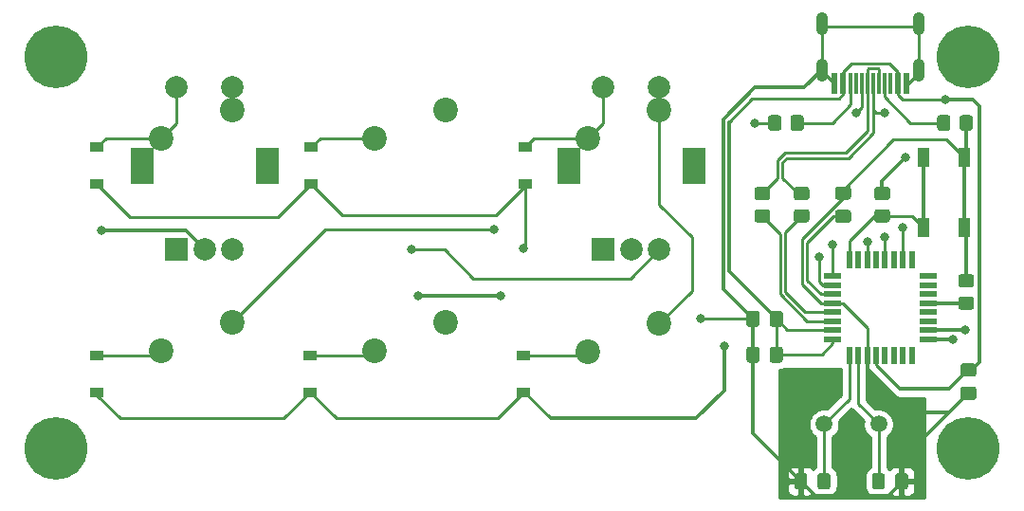
<source format=gbr>
G04 #@! TF.GenerationSoftware,KiCad,Pcbnew,(5.1.9)-1*
G04 #@! TF.CreationDate,2021-03-12T14:24:20+01:00*
G04 #@! TF.ProjectId,case_keypad,63617365-5f6b-4657-9970-61642e6b6963,rev?*
G04 #@! TF.SameCoordinates,Original*
G04 #@! TF.FileFunction,Copper,L1,Top*
G04 #@! TF.FilePolarity,Positive*
%FSLAX46Y46*%
G04 Gerber Fmt 4.6, Leading zero omitted, Abs format (unit mm)*
G04 Created by KiCad (PCBNEW (5.1.9)-1) date 2021-03-12 14:24:20*
%MOMM*%
%LPD*%
G01*
G04 APERTURE LIST*
G04 #@! TA.AperFunction,ComponentPad*
%ADD10C,5.600000*%
G04 #@! TD*
G04 #@! TA.AperFunction,ComponentPad*
%ADD11O,1.050000X2.100000*%
G04 #@! TD*
G04 #@! TA.AperFunction,SMDPad,CuDef*
%ADD12R,0.600000X1.950000*%
G04 #@! TD*
G04 #@! TA.AperFunction,SMDPad,CuDef*
%ADD13R,0.300000X1.950000*%
G04 #@! TD*
G04 #@! TA.AperFunction,ComponentPad*
%ADD14C,1.500000*%
G04 #@! TD*
G04 #@! TA.AperFunction,ComponentPad*
%ADD15C,2.200000*%
G04 #@! TD*
G04 #@! TA.AperFunction,SMDPad,CuDef*
%ADD16R,1.600000X0.550000*%
G04 #@! TD*
G04 #@! TA.AperFunction,SMDPad,CuDef*
%ADD17R,0.550000X1.600000*%
G04 #@! TD*
G04 #@! TA.AperFunction,ComponentPad*
%ADD18R,2.000000X2.000000*%
G04 #@! TD*
G04 #@! TA.AperFunction,ComponentPad*
%ADD19C,2.000000*%
G04 #@! TD*
G04 #@! TA.AperFunction,ComponentPad*
%ADD20R,2.000000X3.200000*%
G04 #@! TD*
G04 #@! TA.AperFunction,SMDPad,CuDef*
%ADD21R,1.100000X1.800000*%
G04 #@! TD*
G04 #@! TA.AperFunction,SMDPad,CuDef*
%ADD22R,1.200000X0.900000*%
G04 #@! TD*
G04 #@! TA.AperFunction,ViaPad*
%ADD23C,0.800000*%
G04 #@! TD*
G04 #@! TA.AperFunction,Conductor*
%ADD24C,0.254000*%
G04 #@! TD*
G04 #@! TA.AperFunction,Conductor*
%ADD25C,0.304800*%
G04 #@! TD*
G04 #@! TA.AperFunction,Conductor*
%ADD26C,0.250000*%
G04 #@! TD*
G04 #@! TA.AperFunction,Conductor*
%ADD27C,0.100000*%
G04 #@! TD*
G04 APERTURE END LIST*
D10*
G04 #@! TO.P,REF\u002A\u002A,1*
G04 #@! TO.N,N/C*
X77500000Y-102000000D03*
G04 #@! TD*
G04 #@! TO.P,REF\u002A\u002A,1*
G04 #@! TO.N,N/C*
X77500000Y-67000000D03*
G04 #@! TD*
G04 #@! TO.P,REF\u002A\u002A,1*
G04 #@! TO.N,N/C*
X159000000Y-102000000D03*
G04 #@! TD*
G04 #@! TO.P,REF\u002A\u002A,1*
G04 #@! TO.N,N/C*
X159000000Y-67000000D03*
G04 #@! TD*
D11*
G04 #@! TO.P,J1,S4*
G04 #@! TO.N,GND*
X145930000Y-64000000D03*
G04 #@! TO.P,J1,S3*
X154570000Y-64000000D03*
G04 #@! TO.P,J1,S2*
X145930000Y-68180000D03*
G04 #@! TO.P,J1,S1*
X154570000Y-68180000D03*
D12*
G04 #@! TO.P,J1,B1A12*
X147000000Y-69350000D03*
G04 #@! TO.P,J1,B4A9*
G04 #@! TO.N,+5V*
X147800000Y-69350000D03*
D13*
G04 #@! TO.P,J1,B5*
G04 #@! TO.N,Net-(J1-PadB5)*
X148500000Y-69350000D03*
G04 #@! TO.P,J1,A8*
G04 #@! TO.N,Net-(J1-PadA8)*
X149000000Y-69350000D03*
G04 #@! TO.P,J1,B6*
G04 #@! TO.N,D+*
X149500000Y-69350000D03*
G04 #@! TO.P,J1,A7*
G04 #@! TO.N,D-*
X150000000Y-69350000D03*
G04 #@! TO.P,J1,B8*
G04 #@! TO.N,Net-(J1-PadB8)*
X152000000Y-69350000D03*
G04 #@! TO.P,J1,A5*
G04 #@! TO.N,Net-(J1-PadA5)*
X151500000Y-69350000D03*
G04 #@! TO.P,J1,B7*
G04 #@! TO.N,D-*
X151000000Y-69350000D03*
G04 #@! TO.P,J1,A6*
G04 #@! TO.N,D+*
X150500000Y-69350000D03*
D12*
G04 #@! TO.P,J1,A4B9*
G04 #@! TO.N,+5V*
X152700000Y-69350000D03*
G04 #@! TO.P,J1,A1B12*
G04 #@! TO.N,GND*
X153500000Y-69350000D03*
G04 #@! TD*
D14*
G04 #@! TO.P,16 MHz,2*
G04 #@! TO.N,Net-(C5-Pad1)*
X150980000Y-99800000D03*
G04 #@! TO.P,16 MHz,1*
G04 #@! TO.N,Net-(C4-Pad1)*
X146100000Y-99800000D03*
G04 #@! TD*
D15*
G04 #@! TO.P,SW9,2*
G04 #@! TO.N,Net-(D7-Pad2)*
X125050000Y-93340000D03*
G04 #@! TO.P,SW9,1*
G04 #@! TO.N,col2*
X131400000Y-90800000D03*
G04 #@! TD*
G04 #@! TO.P,SW8,2*
G04 #@! TO.N,Net-(D6-Pad2)*
X125050000Y-74240000D03*
G04 #@! TO.P,SW8,1*
G04 #@! TO.N,col2*
X131400000Y-71700000D03*
G04 #@! TD*
G04 #@! TO.P,SW6,2*
G04 #@! TO.N,Net-(D5-Pad2)*
X105950000Y-93240000D03*
G04 #@! TO.P,SW6,1*
G04 #@! TO.N,col1*
X112300000Y-90700000D03*
G04 #@! TD*
G04 #@! TO.P,SW5,2*
G04 #@! TO.N,Net-(D4-Pad2)*
X105950000Y-74240000D03*
G04 #@! TO.P,SW5,1*
G04 #@! TO.N,col1*
X112300000Y-71700000D03*
G04 #@! TD*
G04 #@! TO.P,SW4,2*
G04 #@! TO.N,Net-(D3-Pad2)*
X86890000Y-93260000D03*
G04 #@! TO.P,SW4,1*
G04 #@! TO.N,col0*
X93240000Y-90720000D03*
G04 #@! TD*
G04 #@! TO.P,SW3,2*
G04 #@! TO.N,Net-(D2-Pad2)*
X86950000Y-74240000D03*
G04 #@! TO.P,SW3,1*
G04 #@! TO.N,col0*
X93300000Y-71700000D03*
G04 #@! TD*
D16*
G04 #@! TO.P,U1,32*
G04 #@! TO.N,+5V*
X146900000Y-92200000D03*
G04 #@! TO.P,U1,31*
X146900000Y-91400000D03*
G04 #@! TO.P,U1,30*
G04 #@! TO.N,Net-(R2-Pad1)*
X146900000Y-90600000D03*
G04 #@! TO.P,U1,29*
G04 #@! TO.N,Net-(R1-Pad1)*
X146900000Y-89800000D03*
G04 #@! TO.P,U1,28*
G04 #@! TO.N,GND*
X146900000Y-89000000D03*
G04 #@! TO.P,U1,27*
G04 #@! TO.N,Net-(C6-Pad1)*
X146900000Y-88200000D03*
G04 #@! TO.P,U1,26*
G04 #@! TO.N,row1*
X146900000Y-87400000D03*
G04 #@! TO.P,U1,25*
G04 #@! TO.N,row0*
X146900000Y-86600000D03*
D17*
G04 #@! TO.P,U1,24*
G04 #@! TO.N,Net-(R4-Pad1)*
X148350000Y-85150000D03*
G04 #@! TO.P,U1,23*
G04 #@! TO.N,Net-(U1-Pad23)*
X149150000Y-85150000D03*
G04 #@! TO.P,U1,22*
G04 #@! TO.N,col0*
X149950000Y-85150000D03*
G04 #@! TO.P,U1,21*
G04 #@! TO.N,Net-(U1-Pad21)*
X150750000Y-85150000D03*
G04 #@! TO.P,U1,20*
G04 #@! TO.N,col1*
X151550000Y-85150000D03*
G04 #@! TO.P,U1,19*
G04 #@! TO.N,Net-(U1-Pad19)*
X152350000Y-85150000D03*
G04 #@! TO.P,U1,18*
G04 #@! TO.N,col2*
X153150000Y-85150000D03*
G04 #@! TO.P,U1,17*
G04 #@! TO.N,Net-(U1-Pad17)*
X153950000Y-85150000D03*
D16*
G04 #@! TO.P,U1,16*
G04 #@! TO.N,Net-(U1-Pad16)*
X155400000Y-86600000D03*
G04 #@! TO.P,U1,15*
G04 #@! TO.N,Net-(U1-Pad15)*
X155400000Y-87400000D03*
G04 #@! TO.P,U1,14*
G04 #@! TO.N,Net-(U1-Pad14)*
X155400000Y-88200000D03*
G04 #@! TO.P,U1,13*
G04 #@! TO.N,Net-(R7-Pad2)*
X155400000Y-89000000D03*
G04 #@! TO.P,U1,12*
G04 #@! TO.N,Net-(U1-Pad12)*
X155400000Y-89800000D03*
G04 #@! TO.P,U1,11*
G04 #@! TO.N,Net-(U1-Pad11)*
X155400000Y-90600000D03*
G04 #@! TO.P,U1,10*
G04 #@! TO.N,B1*
X155400000Y-91400000D03*
G04 #@! TO.P,U1,9*
G04 #@! TO.N,A1*
X155400000Y-92200000D03*
D17*
G04 #@! TO.P,U1,8*
G04 #@! TO.N,Net-(U1-Pad8)*
X153950000Y-93650000D03*
G04 #@! TO.P,U1,7*
G04 #@! TO.N,Net-(U1-Pad7)*
X153150000Y-93650000D03*
G04 #@! TO.P,U1,6*
G04 #@! TO.N,Net-(U1-Pad6)*
X152350000Y-93650000D03*
G04 #@! TO.P,U1,5*
G04 #@! TO.N,Net-(U1-Pad5)*
X151550000Y-93650000D03*
G04 #@! TO.P,U1,4*
G04 #@! TO.N,+5V*
X150750000Y-93650000D03*
G04 #@! TO.P,U1,3*
G04 #@! TO.N,GND*
X149950000Y-93650000D03*
G04 #@! TO.P,U1,2*
G04 #@! TO.N,Net-(C5-Pad1)*
X149150000Y-93650000D03*
G04 #@! TO.P,U1,1*
G04 #@! TO.N,Net-(C4-Pad1)*
X148350000Y-93650000D03*
G04 #@! TD*
D18*
G04 #@! TO.P,SW7,A*
G04 #@! TO.N,A1*
X126400000Y-84200000D03*
D19*
G04 #@! TO.P,SW7,C*
G04 #@! TO.N,GND*
X128900000Y-84200000D03*
G04 #@! TO.P,SW7,B*
G04 #@! TO.N,B1*
X131400000Y-84200000D03*
D20*
G04 #@! TO.P,SW7,MP*
G04 #@! TO.N,N/C*
X123300000Y-76700000D03*
X134500000Y-76700000D03*
D19*
G04 #@! TO.P,SW7,S2*
G04 #@! TO.N,Net-(D6-Pad2)*
X126400000Y-69700000D03*
G04 #@! TO.P,SW7,S1*
G04 #@! TO.N,col2*
X131400000Y-69700000D03*
G04 #@! TD*
D18*
G04 #@! TO.P,SW2,A*
G04 #@! TO.N,A1*
X88300000Y-84200000D03*
D19*
G04 #@! TO.P,SW2,C*
G04 #@! TO.N,GND*
X90800000Y-84200000D03*
G04 #@! TO.P,SW2,B*
G04 #@! TO.N,B1*
X93300000Y-84200000D03*
D20*
G04 #@! TO.P,SW2,MP*
G04 #@! TO.N,N/C*
X85200000Y-76700000D03*
X96400000Y-76700000D03*
D19*
G04 #@! TO.P,SW2,S2*
G04 #@! TO.N,Net-(D2-Pad2)*
X88300000Y-69700000D03*
G04 #@! TO.P,SW2,S1*
G04 #@! TO.N,col0*
X93300000Y-69700000D03*
G04 #@! TD*
D21*
G04 #@! TO.P,RESET,2*
G04 #@! TO.N,Net-(R4-Pad1)*
X154950000Y-82200000D03*
X154950000Y-76000000D03*
G04 #@! TO.P,RESET,1*
G04 #@! TO.N,GND*
X158650000Y-82200000D03*
X158650000Y-76000000D03*
G04 #@! TD*
G04 #@! TO.P,10k,2*
G04 #@! TO.N,Net-(R7-Pad2)*
G04 #@! TA.AperFunction,SMDPad,CuDef*
G36*
G01*
X158349999Y-88400000D02*
X159250001Y-88400000D01*
G75*
G02*
X159500000Y-88649999I0J-249999D01*
G01*
X159500000Y-89350001D01*
G75*
G02*
X159250001Y-89600000I-249999J0D01*
G01*
X158349999Y-89600000D01*
G75*
G02*
X158100000Y-89350001I0J249999D01*
G01*
X158100000Y-88649999D01*
G75*
G02*
X158349999Y-88400000I249999J0D01*
G01*
G37*
G04 #@! TD.AperFunction*
G04 #@! TO.P,10k,1*
G04 #@! TO.N,GND*
G04 #@! TA.AperFunction,SMDPad,CuDef*
G36*
G01*
X158349999Y-86400000D02*
X159250001Y-86400000D01*
G75*
G02*
X159500000Y-86649999I0J-249999D01*
G01*
X159500000Y-87350001D01*
G75*
G02*
X159250001Y-87600000I-249999J0D01*
G01*
X158349999Y-87600000D01*
G75*
G02*
X158100000Y-87350001I0J249999D01*
G01*
X158100000Y-86649999D01*
G75*
G02*
X158349999Y-86400000I249999J0D01*
G01*
G37*
G04 #@! TD.AperFunction*
G04 #@! TD*
G04 #@! TO.P,5.1k,2*
G04 #@! TO.N,GND*
G04 #@! TA.AperFunction,SMDPad,CuDef*
G36*
G01*
X142300000Y-72449999D02*
X142300000Y-73350001D01*
G75*
G02*
X142050001Y-73600000I-249999J0D01*
G01*
X141349999Y-73600000D01*
G75*
G02*
X141100000Y-73350001I0J249999D01*
G01*
X141100000Y-72449999D01*
G75*
G02*
X141349999Y-72200000I249999J0D01*
G01*
X142050001Y-72200000D01*
G75*
G02*
X142300000Y-72449999I0J-249999D01*
G01*
G37*
G04 #@! TD.AperFunction*
G04 #@! TO.P,5.1k,1*
G04 #@! TO.N,Net-(J1-PadB5)*
G04 #@! TA.AperFunction,SMDPad,CuDef*
G36*
G01*
X144300000Y-72449999D02*
X144300000Y-73350001D01*
G75*
G02*
X144050001Y-73600000I-249999J0D01*
G01*
X143349999Y-73600000D01*
G75*
G02*
X143100000Y-73350001I0J249999D01*
G01*
X143100000Y-72449999D01*
G75*
G02*
X143349999Y-72200000I249999J0D01*
G01*
X144050001Y-72200000D01*
G75*
G02*
X144300000Y-72449999I0J-249999D01*
G01*
G37*
G04 #@! TD.AperFunction*
G04 #@! TD*
G04 #@! TO.P,5.1k,2*
G04 #@! TO.N,GND*
G04 #@! TA.AperFunction,SMDPad,CuDef*
G36*
G01*
X158200000Y-73350001D02*
X158200000Y-72449999D01*
G75*
G02*
X158449999Y-72200000I249999J0D01*
G01*
X159150001Y-72200000D01*
G75*
G02*
X159400000Y-72449999I0J-249999D01*
G01*
X159400000Y-73350001D01*
G75*
G02*
X159150001Y-73600000I-249999J0D01*
G01*
X158449999Y-73600000D01*
G75*
G02*
X158200000Y-73350001I0J249999D01*
G01*
G37*
G04 #@! TD.AperFunction*
G04 #@! TO.P,5.1k,1*
G04 #@! TO.N,Net-(J1-PadA5)*
G04 #@! TA.AperFunction,SMDPad,CuDef*
G36*
G01*
X156200000Y-73350001D02*
X156200000Y-72449999D01*
G75*
G02*
X156449999Y-72200000I249999J0D01*
G01*
X157150001Y-72200000D01*
G75*
G02*
X157400000Y-72449999I0J-249999D01*
G01*
X157400000Y-73350001D01*
G75*
G02*
X157150001Y-73600000I-249999J0D01*
G01*
X156449999Y-73600000D01*
G75*
G02*
X156200000Y-73350001I0J249999D01*
G01*
G37*
G04 #@! TD.AperFunction*
G04 #@! TD*
G04 #@! TO.P,10k,2*
G04 #@! TO.N,+5V*
G04 #@! TA.AperFunction,SMDPad,CuDef*
G36*
G01*
X151750001Y-79800000D02*
X150849999Y-79800000D01*
G75*
G02*
X150600000Y-79550001I0J249999D01*
G01*
X150600000Y-78849999D01*
G75*
G02*
X150849999Y-78600000I249999J0D01*
G01*
X151750001Y-78600000D01*
G75*
G02*
X152000000Y-78849999I0J-249999D01*
G01*
X152000000Y-79550001D01*
G75*
G02*
X151750001Y-79800000I-249999J0D01*
G01*
G37*
G04 #@! TD.AperFunction*
G04 #@! TO.P,10k,1*
G04 #@! TO.N,Net-(R4-Pad1)*
G04 #@! TA.AperFunction,SMDPad,CuDef*
G36*
G01*
X151750001Y-81800000D02*
X150849999Y-81800000D01*
G75*
G02*
X150600000Y-81550001I0J249999D01*
G01*
X150600000Y-80849999D01*
G75*
G02*
X150849999Y-80600000I249999J0D01*
G01*
X151750001Y-80600000D01*
G75*
G02*
X152000000Y-80849999I0J-249999D01*
G01*
X152000000Y-81550001D01*
G75*
G02*
X151750001Y-81800000I-249999J0D01*
G01*
G37*
G04 #@! TD.AperFunction*
G04 #@! TD*
G04 #@! TO.P,22R,2*
G04 #@! TO.N,D-*
G04 #@! TA.AperFunction,SMDPad,CuDef*
G36*
G01*
X141050001Y-79800000D02*
X140149999Y-79800000D01*
G75*
G02*
X139900000Y-79550001I0J249999D01*
G01*
X139900000Y-78849999D01*
G75*
G02*
X140149999Y-78600000I249999J0D01*
G01*
X141050001Y-78600000D01*
G75*
G02*
X141300000Y-78849999I0J-249999D01*
G01*
X141300000Y-79550001D01*
G75*
G02*
X141050001Y-79800000I-249999J0D01*
G01*
G37*
G04 #@! TD.AperFunction*
G04 #@! TO.P,22R,1*
G04 #@! TO.N,Net-(R2-Pad1)*
G04 #@! TA.AperFunction,SMDPad,CuDef*
G36*
G01*
X141050001Y-81800000D02*
X140149999Y-81800000D01*
G75*
G02*
X139900000Y-81550001I0J249999D01*
G01*
X139900000Y-80849999D01*
G75*
G02*
X140149999Y-80600000I249999J0D01*
G01*
X141050001Y-80600000D01*
G75*
G02*
X141300000Y-80849999I0J-249999D01*
G01*
X141300000Y-81550001D01*
G75*
G02*
X141050001Y-81800000I-249999J0D01*
G01*
G37*
G04 #@! TD.AperFunction*
G04 #@! TD*
G04 #@! TO.P,22R,2*
G04 #@! TO.N,D+*
G04 #@! TA.AperFunction,SMDPad,CuDef*
G36*
G01*
X144550001Y-79800000D02*
X143649999Y-79800000D01*
G75*
G02*
X143400000Y-79550001I0J249999D01*
G01*
X143400000Y-78849999D01*
G75*
G02*
X143649999Y-78600000I249999J0D01*
G01*
X144550001Y-78600000D01*
G75*
G02*
X144800000Y-78849999I0J-249999D01*
G01*
X144800000Y-79550001D01*
G75*
G02*
X144550001Y-79800000I-249999J0D01*
G01*
G37*
G04 #@! TD.AperFunction*
G04 #@! TO.P,22R,1*
G04 #@! TO.N,Net-(R1-Pad1)*
G04 #@! TA.AperFunction,SMDPad,CuDef*
G36*
G01*
X144550001Y-81800000D02*
X143649999Y-81800000D01*
G75*
G02*
X143400000Y-81550001I0J249999D01*
G01*
X143400000Y-80849999D01*
G75*
G02*
X143649999Y-80600000I249999J0D01*
G01*
X144550001Y-80600000D01*
G75*
G02*
X144800000Y-80849999I0J-249999D01*
G01*
X144800000Y-81550001D01*
G75*
G02*
X144550001Y-81800000I-249999J0D01*
G01*
G37*
G04 #@! TD.AperFunction*
G04 #@! TD*
D22*
G04 #@! TO.P,D7,2*
G04 #@! TO.N,Net-(D7-Pad2)*
X119300000Y-93650000D03*
G04 #@! TO.P,D7,1*
G04 #@! TO.N,row1*
X119300000Y-96950000D03*
G04 #@! TD*
G04 #@! TO.P,D6,2*
G04 #@! TO.N,Net-(D6-Pad2)*
X119400000Y-75050000D03*
G04 #@! TO.P,D6,1*
G04 #@! TO.N,row0*
X119400000Y-78350000D03*
G04 #@! TD*
G04 #@! TO.P,D5,2*
G04 #@! TO.N,Net-(D5-Pad2)*
X100200000Y-93650000D03*
G04 #@! TO.P,D5,1*
G04 #@! TO.N,row1*
X100200000Y-96950000D03*
G04 #@! TD*
G04 #@! TO.P,D4,2*
G04 #@! TO.N,Net-(D4-Pad2)*
X100300000Y-75050000D03*
G04 #@! TO.P,D4,1*
G04 #@! TO.N,row0*
X100300000Y-78350000D03*
G04 #@! TD*
G04 #@! TO.P,D3,2*
G04 #@! TO.N,Net-(D3-Pad2)*
X81200000Y-93650000D03*
G04 #@! TO.P,D3,1*
G04 #@! TO.N,row1*
X81200000Y-96950000D03*
G04 #@! TD*
G04 #@! TO.P,D2,2*
G04 #@! TO.N,Net-(D2-Pad2)*
X81200000Y-75050000D03*
G04 #@! TO.P,D2,1*
G04 #@! TO.N,row0*
X81200000Y-78350000D03*
G04 #@! TD*
G04 #@! TO.P,1uf,2*
G04 #@! TO.N,GND*
G04 #@! TA.AperFunction,SMDPad,CuDef*
G36*
G01*
X148275000Y-79750000D02*
X147325000Y-79750000D01*
G75*
G02*
X147075000Y-79500000I0J250000D01*
G01*
X147075000Y-78825000D01*
G75*
G02*
X147325000Y-78575000I250000J0D01*
G01*
X148275000Y-78575000D01*
G75*
G02*
X148525000Y-78825000I0J-250000D01*
G01*
X148525000Y-79500000D01*
G75*
G02*
X148275000Y-79750000I-250000J0D01*
G01*
G37*
G04 #@! TD.AperFunction*
G04 #@! TO.P,1uf,1*
G04 #@! TO.N,Net-(C6-Pad1)*
G04 #@! TA.AperFunction,SMDPad,CuDef*
G36*
G01*
X148275000Y-81825000D02*
X147325000Y-81825000D01*
G75*
G02*
X147075000Y-81575000I0J250000D01*
G01*
X147075000Y-80900000D01*
G75*
G02*
X147325000Y-80650000I250000J0D01*
G01*
X148275000Y-80650000D01*
G75*
G02*
X148525000Y-80900000I0J-250000D01*
G01*
X148525000Y-81575000D01*
G75*
G02*
X148275000Y-81825000I-250000J0D01*
G01*
G37*
G04 #@! TD.AperFunction*
G04 #@! TD*
G04 #@! TO.P,22pf,2*
G04 #@! TO.N,GND*
G04 #@! TA.AperFunction,SMDPad,CuDef*
G36*
G01*
X152450000Y-105375000D02*
X152450000Y-104425000D01*
G75*
G02*
X152700000Y-104175000I250000J0D01*
G01*
X153375000Y-104175000D01*
G75*
G02*
X153625000Y-104425000I0J-250000D01*
G01*
X153625000Y-105375000D01*
G75*
G02*
X153375000Y-105625000I-250000J0D01*
G01*
X152700000Y-105625000D01*
G75*
G02*
X152450000Y-105375000I0J250000D01*
G01*
G37*
G04 #@! TD.AperFunction*
G04 #@! TO.P,22pf,1*
G04 #@! TO.N,Net-(C5-Pad1)*
G04 #@! TA.AperFunction,SMDPad,CuDef*
G36*
G01*
X150375000Y-105375000D02*
X150375000Y-104425000D01*
G75*
G02*
X150625000Y-104175000I250000J0D01*
G01*
X151300000Y-104175000D01*
G75*
G02*
X151550000Y-104425000I0J-250000D01*
G01*
X151550000Y-105375000D01*
G75*
G02*
X151300000Y-105625000I-250000J0D01*
G01*
X150625000Y-105625000D01*
G75*
G02*
X150375000Y-105375000I0J250000D01*
G01*
G37*
G04 #@! TD.AperFunction*
G04 #@! TD*
G04 #@! TO.P,22pf,2*
G04 #@! TO.N,GND*
G04 #@! TA.AperFunction,SMDPad,CuDef*
G36*
G01*
X144612500Y-104425000D02*
X144612500Y-105375000D01*
G75*
G02*
X144362500Y-105625000I-250000J0D01*
G01*
X143687500Y-105625000D01*
G75*
G02*
X143437500Y-105375000I0J250000D01*
G01*
X143437500Y-104425000D01*
G75*
G02*
X143687500Y-104175000I250000J0D01*
G01*
X144362500Y-104175000D01*
G75*
G02*
X144612500Y-104425000I0J-250000D01*
G01*
G37*
G04 #@! TD.AperFunction*
G04 #@! TO.P,22pf,1*
G04 #@! TO.N,Net-(C4-Pad1)*
G04 #@! TA.AperFunction,SMDPad,CuDef*
G36*
G01*
X146687500Y-104425000D02*
X146687500Y-105375000D01*
G75*
G02*
X146437500Y-105625000I-250000J0D01*
G01*
X145762500Y-105625000D01*
G75*
G02*
X145512500Y-105375000I0J250000D01*
G01*
X145512500Y-104425000D01*
G75*
G02*
X145762500Y-104175000I250000J0D01*
G01*
X146437500Y-104175000D01*
G75*
G02*
X146687500Y-104425000I0J-250000D01*
G01*
G37*
G04 #@! TD.AperFunction*
G04 #@! TD*
G04 #@! TO.P,10uf,2*
G04 #@! TO.N,GND*
G04 #@! TA.AperFunction,SMDPad,CuDef*
G36*
G01*
X140350000Y-89925000D02*
X140350000Y-90875000D01*
G75*
G02*
X140100000Y-91125000I-250000J0D01*
G01*
X139425000Y-91125000D01*
G75*
G02*
X139175000Y-90875000I0J250000D01*
G01*
X139175000Y-89925000D01*
G75*
G02*
X139425000Y-89675000I250000J0D01*
G01*
X140100000Y-89675000D01*
G75*
G02*
X140350000Y-89925000I0J-250000D01*
G01*
G37*
G04 #@! TD.AperFunction*
G04 #@! TO.P,10uf,1*
G04 #@! TO.N,+5V*
G04 #@! TA.AperFunction,SMDPad,CuDef*
G36*
G01*
X142425000Y-89925000D02*
X142425000Y-90875000D01*
G75*
G02*
X142175000Y-91125000I-250000J0D01*
G01*
X141500000Y-91125000D01*
G75*
G02*
X141250000Y-90875000I0J250000D01*
G01*
X141250000Y-89925000D01*
G75*
G02*
X141500000Y-89675000I250000J0D01*
G01*
X142175000Y-89675000D01*
G75*
G02*
X142425000Y-89925000I0J-250000D01*
G01*
G37*
G04 #@! TD.AperFunction*
G04 #@! TD*
G04 #@! TO.P,0.1uf,2*
G04 #@! TO.N,GND*
G04 #@! TA.AperFunction,SMDPad,CuDef*
G36*
G01*
X158525000Y-96450000D02*
X159475000Y-96450000D01*
G75*
G02*
X159725000Y-96700000I0J-250000D01*
G01*
X159725000Y-97375000D01*
G75*
G02*
X159475000Y-97625000I-250000J0D01*
G01*
X158525000Y-97625000D01*
G75*
G02*
X158275000Y-97375000I0J250000D01*
G01*
X158275000Y-96700000D01*
G75*
G02*
X158525000Y-96450000I250000J0D01*
G01*
G37*
G04 #@! TD.AperFunction*
G04 #@! TO.P,0.1uf,1*
G04 #@! TO.N,+5V*
G04 #@! TA.AperFunction,SMDPad,CuDef*
G36*
G01*
X158525000Y-94375000D02*
X159475000Y-94375000D01*
G75*
G02*
X159725000Y-94625000I0J-250000D01*
G01*
X159725000Y-95300000D01*
G75*
G02*
X159475000Y-95550000I-250000J0D01*
G01*
X158525000Y-95550000D01*
G75*
G02*
X158275000Y-95300000I0J250000D01*
G01*
X158275000Y-94625000D01*
G75*
G02*
X158525000Y-94375000I250000J0D01*
G01*
G37*
G04 #@! TD.AperFunction*
G04 #@! TD*
G04 #@! TO.P,0.1uf,2*
G04 #@! TO.N,GND*
G04 #@! TA.AperFunction,SMDPad,CuDef*
G36*
G01*
X140350000Y-93125000D02*
X140350000Y-94075000D01*
G75*
G02*
X140100000Y-94325000I-250000J0D01*
G01*
X139425000Y-94325000D01*
G75*
G02*
X139175000Y-94075000I0J250000D01*
G01*
X139175000Y-93125000D01*
G75*
G02*
X139425000Y-92875000I250000J0D01*
G01*
X140100000Y-92875000D01*
G75*
G02*
X140350000Y-93125000I0J-250000D01*
G01*
G37*
G04 #@! TD.AperFunction*
G04 #@! TO.P,0.1uf,1*
G04 #@! TO.N,+5V*
G04 #@! TA.AperFunction,SMDPad,CuDef*
G36*
G01*
X142425000Y-93125000D02*
X142425000Y-94075000D01*
G75*
G02*
X142175000Y-94325000I-250000J0D01*
G01*
X141500000Y-94325000D01*
G75*
G02*
X141250000Y-94075000I0J250000D01*
G01*
X141250000Y-93125000D01*
G75*
G02*
X141500000Y-92875000I250000J0D01*
G01*
X142175000Y-92875000D01*
G75*
G02*
X142425000Y-93125000I0J-250000D01*
G01*
G37*
G04 #@! TD.AperFunction*
G04 #@! TD*
D23*
G04 #@! TO.N,D+*
X151500000Y-72000000D03*
G04 #@! TO.N,GND*
X109900000Y-88300000D03*
X117200000Y-88300000D03*
X135100000Y-90400000D03*
X139900000Y-72900000D03*
X81600000Y-82500000D03*
G04 #@! TO.N,+5V*
X153400000Y-76000000D03*
X156900000Y-70800000D03*
G04 #@! TO.N,row0*
X146900000Y-83800000D03*
X119300000Y-84100000D03*
G04 #@! TO.N,row1*
X145700000Y-84900000D03*
X137200000Y-92800000D03*
G04 #@! TO.N,D+*
X149000000Y-72000000D03*
G04 #@! TO.N,A1*
X157600000Y-92200000D03*
G04 #@! TO.N,B1*
X109300000Y-84200000D03*
X158700000Y-91400000D03*
G04 #@! TO.N,col0*
X149950000Y-83550000D03*
X116600000Y-82400000D03*
G04 #@! TO.N,col1*
X151550000Y-83050000D03*
G04 #@! TO.N,col2*
X153150000Y-82250000D03*
G04 #@! TD*
D24*
G04 #@! TO.N,GND*
X149950000Y-91186398D02*
X147763602Y-89000000D01*
X147763602Y-89000000D02*
X146900000Y-89000000D01*
X149950000Y-93650000D02*
X149950000Y-91186398D01*
D25*
X158650000Y-76000000D02*
X158650000Y-82200000D01*
X139762500Y-90400000D02*
X139762500Y-93600000D01*
X139762500Y-100637500D02*
X144025000Y-104900000D01*
X139762500Y-93600000D02*
X139762500Y-100637500D01*
X158800000Y-75850000D02*
X158650000Y-76000000D01*
X158800000Y-72900000D02*
X158800000Y-75850000D01*
D24*
X135100000Y-90400000D02*
X139762500Y-90400000D01*
X144145990Y-87299990D02*
X144145990Y-83254010D01*
X145846000Y-89000000D02*
X144145990Y-87299990D01*
X146900000Y-89000000D02*
X145846000Y-89000000D01*
X147800000Y-79600000D02*
X147800000Y-79162500D01*
X144145990Y-83254010D02*
X147800000Y-79600000D01*
X147800000Y-79162500D02*
X147800000Y-78900000D01*
X147800000Y-78900000D02*
X152300000Y-74400000D01*
X157050000Y-74400000D02*
X158650000Y-76000000D01*
X152300000Y-74400000D02*
X157050000Y-74400000D01*
X141700000Y-72900000D02*
X139900000Y-72900000D01*
X139900000Y-72900000D02*
X139900000Y-72900000D01*
X144025000Y-104900000D02*
X145225000Y-106100000D01*
X151837500Y-106100000D02*
X153037500Y-104900000D01*
X145225000Y-106100000D02*
X151837500Y-106100000D01*
D25*
X158800000Y-82350000D02*
X158650000Y-82200000D01*
X158800000Y-87000000D02*
X158800000Y-82350000D01*
X117200000Y-88300000D02*
X109900000Y-88300000D01*
X90800000Y-84200000D02*
X89100000Y-82500000D01*
X89100000Y-82500000D02*
X81600000Y-82500000D01*
X81600000Y-82500000D02*
X81600000Y-82500000D01*
X149950000Y-93650000D02*
X149950000Y-95050000D01*
X149950000Y-95050000D02*
X153637500Y-98737500D01*
D26*
X153655000Y-69345000D02*
X154570000Y-68430000D01*
X153500000Y-69345000D02*
X153655000Y-69345000D01*
X154570000Y-68430000D02*
X154570000Y-64250000D01*
X145930000Y-68430000D02*
X145930000Y-64250000D01*
X146085000Y-68430000D02*
X147000000Y-69345000D01*
X145930000Y-68430000D02*
X146085000Y-68430000D01*
D24*
X145930000Y-64250000D02*
X154570000Y-64250000D01*
D25*
X144360000Y-69750000D02*
X145930000Y-68180000D01*
X139936092Y-69750000D02*
X144360000Y-69750000D01*
X137095191Y-72590901D02*
X139936092Y-69750000D01*
X137095190Y-87732690D02*
X137095191Y-72590901D01*
X139762500Y-90400000D02*
X137095190Y-87732690D01*
X153037500Y-102962500D02*
X153037500Y-104900000D01*
X158962500Y-97037500D02*
X157000000Y-99000000D01*
X157000000Y-99000000D02*
X153037500Y-102962500D01*
X159000000Y-97037500D02*
X158962500Y-97037500D01*
X157262500Y-98737500D02*
X157000000Y-99000000D01*
X153637500Y-98737500D02*
X157262500Y-98737500D01*
D24*
G04 #@! TO.N,+5V*
X142837500Y-91400000D02*
X141837500Y-90400000D01*
X146900000Y-91400000D02*
X142837500Y-91400000D01*
X150750000Y-94513602D02*
X152898898Y-96662500D01*
X150750000Y-93650000D02*
X150750000Y-94513602D01*
X141837500Y-90400000D02*
X141837500Y-93600000D01*
X146900000Y-92200000D02*
X146900000Y-92600000D01*
X145900000Y-93600000D02*
X141837500Y-93600000D01*
X146900000Y-92600000D02*
X145900000Y-93600000D01*
D25*
X156900000Y-70800000D02*
X156900000Y-70800000D01*
X156900000Y-70800000D02*
X159400000Y-70800000D01*
D24*
X151300000Y-79000000D02*
X151300000Y-79200000D01*
D25*
X151300000Y-78100000D02*
X153400000Y-76000000D01*
X151300000Y-79200000D02*
X151300000Y-78100000D01*
X159400000Y-70800000D02*
X160000000Y-71400000D01*
D24*
X147800000Y-68331398D02*
X147800000Y-69095000D01*
X148542409Y-67588989D02*
X147800000Y-68331398D01*
X151957591Y-67588989D02*
X148542409Y-67588989D01*
X152700000Y-68331398D02*
X151957591Y-67588989D01*
X152700000Y-69095000D02*
X152700000Y-68331398D01*
D25*
X137600000Y-72800000D02*
X137600000Y-86162500D01*
X137600000Y-86162500D02*
X141837500Y-90400000D01*
D24*
X147415764Y-70700000D02*
X139700000Y-70700000D01*
X147800000Y-70315764D02*
X147415764Y-70700000D01*
X147800000Y-69350000D02*
X147800000Y-70315764D01*
X139700000Y-70700000D02*
X137600000Y-72800000D01*
X153086398Y-70800000D02*
X156900000Y-70800000D01*
X152700000Y-70413602D02*
X153086398Y-70800000D01*
X152700000Y-69350000D02*
X152700000Y-70413602D01*
D25*
X160000000Y-71400000D02*
X160000000Y-94262500D01*
X157300000Y-96662500D02*
X159000000Y-94962500D01*
X152898898Y-96662500D02*
X157300000Y-96662500D01*
X159300000Y-94962500D02*
X160000000Y-94262500D01*
X159000000Y-94962500D02*
X159300000Y-94962500D01*
D24*
G04 #@! TO.N,Net-(C4-Pad1)*
X146100000Y-99800000D02*
X146100000Y-104900000D01*
X148350000Y-97550000D02*
X146100000Y-99800000D01*
X148350000Y-93650000D02*
X148350000Y-97550000D01*
G04 #@! TO.N,Net-(C5-Pad1)*
X150980000Y-104882500D02*
X150962500Y-104900000D01*
X150980000Y-99800000D02*
X150980000Y-104882500D01*
X149150000Y-97970000D02*
X150980000Y-99800000D01*
X149150000Y-93650000D02*
X149150000Y-97970000D01*
G04 #@! TO.N,Net-(C6-Pad1)*
X147800000Y-81237500D02*
X146962500Y-81237500D01*
X146962500Y-81237500D02*
X144600000Y-83600000D01*
X145846000Y-88200000D02*
X146900000Y-88200000D01*
X144600000Y-86954000D02*
X145846000Y-88200000D01*
X144600000Y-83600000D02*
X144600000Y-86954000D01*
G04 #@! TO.N,Net-(D2-Pad2)*
X88300000Y-72890000D02*
X86950000Y-74240000D01*
X88300000Y-69700000D02*
X88300000Y-72890000D01*
X82010000Y-74240000D02*
X86950000Y-74240000D01*
X81200000Y-75050000D02*
X82010000Y-74240000D01*
G04 #@! TO.N,row0*
X146900000Y-86600000D02*
X146900000Y-83800000D01*
X146900000Y-83800000D02*
X146900000Y-83800000D01*
X81200000Y-78350000D02*
X84150000Y-81300000D01*
X97350000Y-81300000D02*
X100300000Y-78350000D01*
X84150000Y-81300000D02*
X97350000Y-81300000D01*
X119400000Y-78350000D02*
X119400000Y-78500000D01*
X119400000Y-78500000D02*
X116800000Y-81100000D01*
X103050000Y-81100000D02*
X100300000Y-78350000D01*
X116800000Y-81100000D02*
X103050000Y-81100000D01*
X119400000Y-84000000D02*
X119300000Y-84100000D01*
X119400000Y-78350000D02*
X119400000Y-84000000D01*
G04 #@! TO.N,Net-(D3-Pad2)*
X86500000Y-93650000D02*
X86890000Y-93260000D01*
X81200000Y-93650000D02*
X86500000Y-93650000D01*
G04 #@! TO.N,row1*
X146036398Y-87400000D02*
X145700000Y-87063602D01*
X146900000Y-87400000D02*
X146036398Y-87400000D01*
X145700000Y-87063602D02*
X145700000Y-84900000D01*
X145700000Y-84900000D02*
X145700000Y-84900000D01*
X81200000Y-96950000D02*
X81200000Y-97200000D01*
X81200000Y-97200000D02*
X83300000Y-99300000D01*
X97850000Y-99300000D02*
X100200000Y-96950000D01*
X83300000Y-99300000D02*
X97850000Y-99300000D01*
X100200000Y-96950000D02*
X100250000Y-96950000D01*
X100250000Y-96950000D02*
X102600000Y-99300000D01*
X116950000Y-99300000D02*
X119300000Y-96950000D01*
X102600000Y-99300000D02*
X116950000Y-99300000D01*
X119300000Y-96950000D02*
X119300000Y-97200000D01*
X119300000Y-96950000D02*
X119350000Y-96950000D01*
X119350000Y-96950000D02*
X121700000Y-99300000D01*
D25*
X121700000Y-99300000D02*
X134700000Y-99300000D01*
X134700000Y-99300000D02*
X137200000Y-96800000D01*
X137200000Y-96800000D02*
X137200000Y-92800000D01*
X137200000Y-92800000D02*
X137200000Y-92800000D01*
D24*
G04 #@! TO.N,Net-(D4-Pad2)*
X101110000Y-74240000D02*
X100300000Y-75050000D01*
X105950000Y-74240000D02*
X101110000Y-74240000D01*
G04 #@! TO.N,Net-(D5-Pad2)*
X105540000Y-93650000D02*
X105950000Y-93240000D01*
X100200000Y-93650000D02*
X105540000Y-93650000D01*
G04 #@! TO.N,Net-(D6-Pad2)*
X126400000Y-72890000D02*
X125050000Y-74240000D01*
X126400000Y-69700000D02*
X126400000Y-72890000D01*
X120210000Y-74240000D02*
X125050000Y-74240000D01*
X119400000Y-75050000D02*
X120210000Y-74240000D01*
G04 #@! TO.N,Net-(D7-Pad2)*
X124740000Y-93650000D02*
X125050000Y-93340000D01*
X119300000Y-93650000D02*
X124740000Y-93650000D01*
G04 #@! TO.N,D-*
X140600000Y-79200000D02*
X140600000Y-79100000D01*
X141945990Y-77854010D02*
X140600000Y-79200000D01*
X141945990Y-76211943D02*
X141945990Y-77854010D01*
X142586943Y-75570990D02*
X141945990Y-76211943D01*
X148072626Y-75570990D02*
X142586943Y-75570990D01*
D26*
X150000000Y-73643616D02*
X148072626Y-75570990D01*
X150000000Y-69345000D02*
X150000000Y-73643616D01*
D24*
X150000000Y-68116000D02*
X150000000Y-69095000D01*
X150073001Y-68042999D02*
X150000000Y-68116000D01*
X150926999Y-68042999D02*
X150073001Y-68042999D01*
X151000000Y-68116000D02*
X150926999Y-68042999D01*
X151000000Y-69095000D02*
X151000000Y-68116000D01*
G04 #@! TO.N,D+*
X143800000Y-79200000D02*
X144100000Y-79200000D01*
X148260682Y-76025000D02*
X142775000Y-76025000D01*
X142775000Y-76025000D02*
X142400000Y-76400000D01*
X142400000Y-76400000D02*
X142400000Y-77800000D01*
X142400000Y-77800000D02*
X143800000Y-79200000D01*
D26*
X150500000Y-73785682D02*
X148260682Y-76025000D01*
X150500000Y-70250000D02*
X150500000Y-69345000D01*
X150500000Y-69345000D02*
X150500000Y-70500000D01*
D24*
X149500000Y-71500000D02*
X149500000Y-69350000D01*
X149000000Y-72000000D02*
X149500000Y-71500000D01*
X150750000Y-72000000D02*
X150500000Y-71750000D01*
X151500000Y-72000000D02*
X150750000Y-72000000D01*
D26*
X150500000Y-71750000D02*
X150500000Y-73785682D01*
X150500000Y-70500000D02*
X150500000Y-71750000D01*
D24*
G04 #@! TO.N,Net-(R1-Pad1)*
X142654010Y-82645990D02*
X144100000Y-81200000D01*
X146900000Y-89800000D02*
X144442066Y-89800000D01*
X142654010Y-88011944D02*
X142654010Y-86554010D01*
X144442066Y-89800000D02*
X142654010Y-88011944D01*
X142654010Y-86554010D02*
X142654010Y-82645990D01*
X142654010Y-86754010D02*
X142654010Y-86554010D01*
G04 #@! TO.N,Net-(R2-Pad1)*
X144600000Y-90600000D02*
X146900000Y-90600000D01*
X142200000Y-88200000D02*
X144600000Y-90600000D01*
X142200000Y-82800000D02*
X142200000Y-88200000D01*
X140600000Y-81200000D02*
X142200000Y-82800000D01*
G04 #@! TO.N,Net-(R4-Pad1)*
X151350000Y-81150000D02*
X151300000Y-81200000D01*
X148350000Y-83450000D02*
X148350000Y-85150000D01*
X150600000Y-81200000D02*
X148350000Y-83450000D01*
X151300000Y-81200000D02*
X150600000Y-81200000D01*
X153950000Y-81200000D02*
X154950000Y-82200000D01*
X151300000Y-81200000D02*
X153950000Y-81200000D01*
D25*
X154950000Y-76000000D02*
X154950000Y-82200000D01*
G04 #@! TO.N,Net-(R7-Pad2)*
X158800000Y-89000000D02*
X155400000Y-89000000D01*
G04 #@! TO.N,A1*
X155400000Y-92200000D02*
X157600000Y-92200000D01*
X157600000Y-92200000D02*
X157600000Y-92200000D01*
D24*
G04 #@! TO.N,B1*
X109300000Y-84200000D02*
X112200000Y-84200000D01*
X112200000Y-84200000D02*
X114800000Y-86800000D01*
X128800000Y-86800000D02*
X131400000Y-84200000D01*
X114800000Y-86800000D02*
X128800000Y-86800000D01*
D25*
X155400000Y-91400000D02*
X158700000Y-91400000D01*
X158700000Y-91400000D02*
X158700000Y-91400000D01*
D24*
G04 #@! TO.N,col0*
X149950000Y-85150000D02*
X149950000Y-83550000D01*
X149950000Y-83550000D02*
X149950000Y-83550000D01*
X93300000Y-69700000D02*
X93300000Y-71700000D01*
X93300000Y-71700000D02*
X93300000Y-72100000D01*
X101560000Y-82400000D02*
X93240000Y-90720000D01*
X116600000Y-82400000D02*
X101560000Y-82400000D01*
G04 #@! TO.N,col1*
X151550000Y-85150000D02*
X151550000Y-83050000D01*
X151550000Y-83050000D02*
X151550000Y-83050000D01*
G04 #@! TO.N,col2*
X153150000Y-85150000D02*
X153150000Y-82250000D01*
X153150000Y-82250000D02*
X153150000Y-82250000D01*
X131400000Y-69700000D02*
X131400000Y-71700000D01*
X131400000Y-71700000D02*
X131400000Y-80200000D01*
X131400000Y-80200000D02*
X134300000Y-83100000D01*
X134300000Y-87900000D02*
X131400000Y-90800000D01*
X134300000Y-83100000D02*
X134300000Y-87900000D01*
G04 #@! TO.N,Net-(J1-PadB5)*
X148500000Y-69350000D02*
X148500000Y-71250000D01*
X146850000Y-72900000D02*
X145650000Y-72900000D01*
X148500000Y-71250000D02*
X146850000Y-72900000D01*
D26*
X145650000Y-72900000D02*
X145855002Y-72900000D01*
X143700000Y-72900000D02*
X145650000Y-72900000D01*
D24*
G04 #@! TO.N,Net-(J1-PadA5)*
X155100000Y-72900000D02*
X155350000Y-72900000D01*
X155350000Y-72900000D02*
X156800000Y-72900000D01*
X153821000Y-72900000D02*
X154350000Y-72900000D01*
X151500000Y-70579000D02*
X153821000Y-72900000D01*
X151500000Y-69350000D02*
X151500000Y-70579000D01*
D26*
X154350000Y-72900000D02*
X154223002Y-72900000D01*
X155350000Y-72900000D02*
X154350000Y-72900000D01*
G04 #@! TD*
D24*
G04 #@! TO.N,GND*
X147588000Y-94857545D02*
X147588001Y-97234369D01*
X146379006Y-98443364D01*
X146236411Y-98415000D01*
X145963589Y-98415000D01*
X145696011Y-98468225D01*
X145443957Y-98572629D01*
X145217114Y-98724201D01*
X145024201Y-98917114D01*
X144872629Y-99143957D01*
X144768225Y-99396011D01*
X144715000Y-99663589D01*
X144715000Y-99936411D01*
X144768225Y-100203989D01*
X144872629Y-100456043D01*
X145024201Y-100682886D01*
X145217114Y-100875799D01*
X145338000Y-100956573D01*
X145338001Y-103649774D01*
X145269114Y-103686595D01*
X145134538Y-103797038D01*
X145129158Y-103803594D01*
X145063685Y-103723815D01*
X144966994Y-103644463D01*
X144856680Y-103585498D01*
X144736982Y-103549188D01*
X144612500Y-103536928D01*
X144310750Y-103540000D01*
X144152000Y-103698750D01*
X144152000Y-104773000D01*
X144172000Y-104773000D01*
X144172000Y-105027000D01*
X144152000Y-105027000D01*
X144152000Y-106101250D01*
X144310750Y-106260000D01*
X144612500Y-106263072D01*
X144736982Y-106250812D01*
X144856680Y-106214502D01*
X144966994Y-106155537D01*
X145063685Y-106076185D01*
X145129158Y-105996406D01*
X145134538Y-106002962D01*
X145269114Y-106113405D01*
X145422650Y-106195472D01*
X145589246Y-106246008D01*
X145762500Y-106263072D01*
X146437500Y-106263072D01*
X146610754Y-106246008D01*
X146777350Y-106195472D01*
X146930886Y-106113405D01*
X147065462Y-106002962D01*
X147175905Y-105868386D01*
X147257972Y-105714850D01*
X147308508Y-105548254D01*
X147325572Y-105375000D01*
X147325572Y-104425000D01*
X147308508Y-104251746D01*
X147257972Y-104085150D01*
X147175905Y-103931614D01*
X147065462Y-103797038D01*
X146930886Y-103686595D01*
X146862000Y-103649775D01*
X146862000Y-100956573D01*
X146982886Y-100875799D01*
X147175799Y-100682886D01*
X147327371Y-100456043D01*
X147431775Y-100203989D01*
X147485000Y-99936411D01*
X147485000Y-99663589D01*
X147456636Y-99520994D01*
X148544404Y-98433226D01*
X148573128Y-98468225D01*
X148608579Y-98511422D01*
X148637649Y-98535279D01*
X149623364Y-99520995D01*
X149595000Y-99663589D01*
X149595000Y-99936411D01*
X149648225Y-100203989D01*
X149752629Y-100456043D01*
X149904201Y-100682886D01*
X150097114Y-100875799D01*
X150218000Y-100956573D01*
X150218001Y-103640420D01*
X150131614Y-103686595D01*
X149997038Y-103797038D01*
X149886595Y-103931614D01*
X149804528Y-104085150D01*
X149753992Y-104251746D01*
X149736928Y-104425000D01*
X149736928Y-105375000D01*
X149753992Y-105548254D01*
X149804528Y-105714850D01*
X149886595Y-105868386D01*
X149997038Y-106002962D01*
X150131614Y-106113405D01*
X150285150Y-106195472D01*
X150451746Y-106246008D01*
X150625000Y-106263072D01*
X151300000Y-106263072D01*
X151473254Y-106246008D01*
X151639850Y-106195472D01*
X151793386Y-106113405D01*
X151927962Y-106002962D01*
X151933342Y-105996406D01*
X151998815Y-106076185D01*
X152095506Y-106155537D01*
X152205820Y-106214502D01*
X152325518Y-106250812D01*
X152450000Y-106263072D01*
X152751750Y-106260000D01*
X152910500Y-106101250D01*
X152910500Y-105027000D01*
X153164500Y-105027000D01*
X153164500Y-106101250D01*
X153323250Y-106260000D01*
X153625000Y-106263072D01*
X153749482Y-106250812D01*
X153869180Y-106214502D01*
X153979494Y-106155537D01*
X154076185Y-106076185D01*
X154155537Y-105979494D01*
X154214502Y-105869180D01*
X154250812Y-105749482D01*
X154263072Y-105625000D01*
X154260000Y-105185750D01*
X154101250Y-105027000D01*
X153164500Y-105027000D01*
X152910500Y-105027000D01*
X152890500Y-105027000D01*
X152890500Y-104773000D01*
X152910500Y-104773000D01*
X152910500Y-103698750D01*
X153164500Y-103698750D01*
X153164500Y-104773000D01*
X154101250Y-104773000D01*
X154260000Y-104614250D01*
X154263072Y-104175000D01*
X154250812Y-104050518D01*
X154214502Y-103930820D01*
X154155537Y-103820506D01*
X154076185Y-103723815D01*
X153979494Y-103644463D01*
X153869180Y-103585498D01*
X153749482Y-103549188D01*
X153625000Y-103536928D01*
X153323250Y-103540000D01*
X153164500Y-103698750D01*
X152910500Y-103698750D01*
X152751750Y-103540000D01*
X152450000Y-103536928D01*
X152325518Y-103549188D01*
X152205820Y-103585498D01*
X152095506Y-103644463D01*
X151998815Y-103723815D01*
X151933342Y-103803594D01*
X151927962Y-103797038D01*
X151793386Y-103686595D01*
X151742000Y-103659129D01*
X151742000Y-100956573D01*
X151862886Y-100875799D01*
X152055799Y-100682886D01*
X152207371Y-100456043D01*
X152311775Y-100203989D01*
X152365000Y-99936411D01*
X152365000Y-99663589D01*
X152311775Y-99396011D01*
X152207371Y-99143957D01*
X152055799Y-98917114D01*
X151862886Y-98724201D01*
X151636043Y-98572629D01*
X151383989Y-98468225D01*
X151116411Y-98415000D01*
X150843589Y-98415000D01*
X150700995Y-98443364D01*
X149912000Y-97654370D01*
X149912000Y-94857544D01*
X149937067Y-94827000D01*
X149962933Y-94827000D01*
X150023815Y-94901185D01*
X150120506Y-94980537D01*
X150143667Y-94992917D01*
X150235750Y-95085000D01*
X150243147Y-95084379D01*
X152218286Y-97059518D01*
X152241032Y-97102072D01*
X152339429Y-97221969D01*
X152459326Y-97320366D01*
X152596115Y-97393482D01*
X152744541Y-97438506D01*
X152860225Y-97449900D01*
X155073000Y-97449900D01*
X155073000Y-106340000D01*
X142127000Y-106340000D01*
X142127000Y-105625000D01*
X142799428Y-105625000D01*
X142811688Y-105749482D01*
X142847998Y-105869180D01*
X142906963Y-105979494D01*
X142986315Y-106076185D01*
X143083006Y-106155537D01*
X143193320Y-106214502D01*
X143313018Y-106250812D01*
X143437500Y-106263072D01*
X143739250Y-106260000D01*
X143898000Y-106101250D01*
X143898000Y-105027000D01*
X142961250Y-105027000D01*
X142802500Y-105185750D01*
X142799428Y-105625000D01*
X142127000Y-105625000D01*
X142127000Y-104175000D01*
X142799428Y-104175000D01*
X142802500Y-104614250D01*
X142961250Y-104773000D01*
X143898000Y-104773000D01*
X143898000Y-103698750D01*
X143739250Y-103540000D01*
X143437500Y-103536928D01*
X143313018Y-103549188D01*
X143193320Y-103585498D01*
X143083006Y-103644463D01*
X142986315Y-103723815D01*
X142906963Y-103820506D01*
X142847998Y-103930820D01*
X142811688Y-104050518D01*
X142799428Y-104175000D01*
X142127000Y-104175000D01*
X142127000Y-94963072D01*
X142175000Y-94963072D01*
X142348254Y-94946008D01*
X142514850Y-94895472D01*
X142642952Y-94827000D01*
X147562933Y-94827000D01*
X147588000Y-94857545D01*
G04 #@! TA.AperFunction,Conductor*
D27*
G36*
X147588000Y-94857545D02*
G01*
X147588001Y-97234369D01*
X146379006Y-98443364D01*
X146236411Y-98415000D01*
X145963589Y-98415000D01*
X145696011Y-98468225D01*
X145443957Y-98572629D01*
X145217114Y-98724201D01*
X145024201Y-98917114D01*
X144872629Y-99143957D01*
X144768225Y-99396011D01*
X144715000Y-99663589D01*
X144715000Y-99936411D01*
X144768225Y-100203989D01*
X144872629Y-100456043D01*
X145024201Y-100682886D01*
X145217114Y-100875799D01*
X145338000Y-100956573D01*
X145338001Y-103649774D01*
X145269114Y-103686595D01*
X145134538Y-103797038D01*
X145129158Y-103803594D01*
X145063685Y-103723815D01*
X144966994Y-103644463D01*
X144856680Y-103585498D01*
X144736982Y-103549188D01*
X144612500Y-103536928D01*
X144310750Y-103540000D01*
X144152000Y-103698750D01*
X144152000Y-104773000D01*
X144172000Y-104773000D01*
X144172000Y-105027000D01*
X144152000Y-105027000D01*
X144152000Y-106101250D01*
X144310750Y-106260000D01*
X144612500Y-106263072D01*
X144736982Y-106250812D01*
X144856680Y-106214502D01*
X144966994Y-106155537D01*
X145063685Y-106076185D01*
X145129158Y-105996406D01*
X145134538Y-106002962D01*
X145269114Y-106113405D01*
X145422650Y-106195472D01*
X145589246Y-106246008D01*
X145762500Y-106263072D01*
X146437500Y-106263072D01*
X146610754Y-106246008D01*
X146777350Y-106195472D01*
X146930886Y-106113405D01*
X147065462Y-106002962D01*
X147175905Y-105868386D01*
X147257972Y-105714850D01*
X147308508Y-105548254D01*
X147325572Y-105375000D01*
X147325572Y-104425000D01*
X147308508Y-104251746D01*
X147257972Y-104085150D01*
X147175905Y-103931614D01*
X147065462Y-103797038D01*
X146930886Y-103686595D01*
X146862000Y-103649775D01*
X146862000Y-100956573D01*
X146982886Y-100875799D01*
X147175799Y-100682886D01*
X147327371Y-100456043D01*
X147431775Y-100203989D01*
X147485000Y-99936411D01*
X147485000Y-99663589D01*
X147456636Y-99520994D01*
X148544404Y-98433226D01*
X148573128Y-98468225D01*
X148608579Y-98511422D01*
X148637649Y-98535279D01*
X149623364Y-99520995D01*
X149595000Y-99663589D01*
X149595000Y-99936411D01*
X149648225Y-100203989D01*
X149752629Y-100456043D01*
X149904201Y-100682886D01*
X150097114Y-100875799D01*
X150218000Y-100956573D01*
X150218001Y-103640420D01*
X150131614Y-103686595D01*
X149997038Y-103797038D01*
X149886595Y-103931614D01*
X149804528Y-104085150D01*
X149753992Y-104251746D01*
X149736928Y-104425000D01*
X149736928Y-105375000D01*
X149753992Y-105548254D01*
X149804528Y-105714850D01*
X149886595Y-105868386D01*
X149997038Y-106002962D01*
X150131614Y-106113405D01*
X150285150Y-106195472D01*
X150451746Y-106246008D01*
X150625000Y-106263072D01*
X151300000Y-106263072D01*
X151473254Y-106246008D01*
X151639850Y-106195472D01*
X151793386Y-106113405D01*
X151927962Y-106002962D01*
X151933342Y-105996406D01*
X151998815Y-106076185D01*
X152095506Y-106155537D01*
X152205820Y-106214502D01*
X152325518Y-106250812D01*
X152450000Y-106263072D01*
X152751750Y-106260000D01*
X152910500Y-106101250D01*
X152910500Y-105027000D01*
X153164500Y-105027000D01*
X153164500Y-106101250D01*
X153323250Y-106260000D01*
X153625000Y-106263072D01*
X153749482Y-106250812D01*
X153869180Y-106214502D01*
X153979494Y-106155537D01*
X154076185Y-106076185D01*
X154155537Y-105979494D01*
X154214502Y-105869180D01*
X154250812Y-105749482D01*
X154263072Y-105625000D01*
X154260000Y-105185750D01*
X154101250Y-105027000D01*
X153164500Y-105027000D01*
X152910500Y-105027000D01*
X152890500Y-105027000D01*
X152890500Y-104773000D01*
X152910500Y-104773000D01*
X152910500Y-103698750D01*
X153164500Y-103698750D01*
X153164500Y-104773000D01*
X154101250Y-104773000D01*
X154260000Y-104614250D01*
X154263072Y-104175000D01*
X154250812Y-104050518D01*
X154214502Y-103930820D01*
X154155537Y-103820506D01*
X154076185Y-103723815D01*
X153979494Y-103644463D01*
X153869180Y-103585498D01*
X153749482Y-103549188D01*
X153625000Y-103536928D01*
X153323250Y-103540000D01*
X153164500Y-103698750D01*
X152910500Y-103698750D01*
X152751750Y-103540000D01*
X152450000Y-103536928D01*
X152325518Y-103549188D01*
X152205820Y-103585498D01*
X152095506Y-103644463D01*
X151998815Y-103723815D01*
X151933342Y-103803594D01*
X151927962Y-103797038D01*
X151793386Y-103686595D01*
X151742000Y-103659129D01*
X151742000Y-100956573D01*
X151862886Y-100875799D01*
X152055799Y-100682886D01*
X152207371Y-100456043D01*
X152311775Y-100203989D01*
X152365000Y-99936411D01*
X152365000Y-99663589D01*
X152311775Y-99396011D01*
X152207371Y-99143957D01*
X152055799Y-98917114D01*
X151862886Y-98724201D01*
X151636043Y-98572629D01*
X151383989Y-98468225D01*
X151116411Y-98415000D01*
X150843589Y-98415000D01*
X150700995Y-98443364D01*
X149912000Y-97654370D01*
X149912000Y-94857544D01*
X149937067Y-94827000D01*
X149962933Y-94827000D01*
X150023815Y-94901185D01*
X150120506Y-94980537D01*
X150143667Y-94992917D01*
X150235750Y-95085000D01*
X150243147Y-95084379D01*
X152218286Y-97059518D01*
X152241032Y-97102072D01*
X152339429Y-97221969D01*
X152459326Y-97320366D01*
X152596115Y-97393482D01*
X152744541Y-97438506D01*
X152860225Y-97449900D01*
X155073000Y-97449900D01*
X155073000Y-106340000D01*
X142127000Y-106340000D01*
X142127000Y-105625000D01*
X142799428Y-105625000D01*
X142811688Y-105749482D01*
X142847998Y-105869180D01*
X142906963Y-105979494D01*
X142986315Y-106076185D01*
X143083006Y-106155537D01*
X143193320Y-106214502D01*
X143313018Y-106250812D01*
X143437500Y-106263072D01*
X143739250Y-106260000D01*
X143898000Y-106101250D01*
X143898000Y-105027000D01*
X142961250Y-105027000D01*
X142802500Y-105185750D01*
X142799428Y-105625000D01*
X142127000Y-105625000D01*
X142127000Y-104175000D01*
X142799428Y-104175000D01*
X142802500Y-104614250D01*
X142961250Y-104773000D01*
X143898000Y-104773000D01*
X143898000Y-103698750D01*
X143739250Y-103540000D01*
X143437500Y-103536928D01*
X143313018Y-103549188D01*
X143193320Y-103585498D01*
X143083006Y-103644463D01*
X142986315Y-103723815D01*
X142906963Y-103820506D01*
X142847998Y-103930820D01*
X142811688Y-104050518D01*
X142799428Y-104175000D01*
X142127000Y-104175000D01*
X142127000Y-94963072D01*
X142175000Y-94963072D01*
X142348254Y-94946008D01*
X142514850Y-94895472D01*
X142642952Y-94827000D01*
X147562933Y-94827000D01*
X147588000Y-94857545D01*
G37*
G04 #@! TD.AperFunction*
G04 #@! TD*
M02*

</source>
